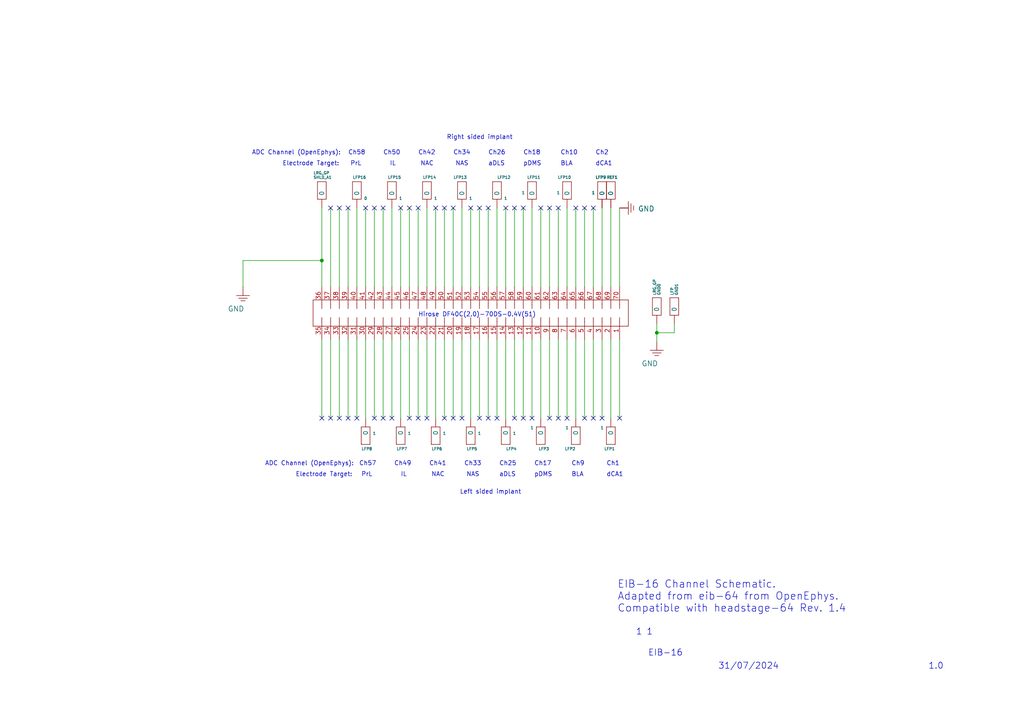
<source format=kicad_sch>
(kicad_sch (version 20230121) (generator eeschema)
  (paper "A4")
  (lib_symbols
    (symbol "eib-16-rescue:GND-eib-64-eagle-import" (power) (pin_names (offset 1.016))
      (property "Value" "GND-eib-64-eagle-import" (at -4.445 -4.699 0))
      (symbol "GND-eib-64-eagle-import_1_0"
        (polyline (pts (xy -1.905 0) (xy 1.905 0)))
        (polyline (pts (xy -1.27 -0.762) (xy 1.27 -0.762)))
        (polyline (pts (xy -0.635 -1.524) (xy 0.635 -1.524)))
        (pin power_in line (at 0 2.54 270) (length 2.54) (name "GND") (number "1"))
      )
    )
    (symbol "eib-16-rescue:GOLDPIN_0.5ID_0.7OD-eib-64-eagle-import" (pin_names (offset 1.016))
      (property "Value" "eib-64-eagle-import_GOLDPIN_0.5ID_0.7OD" (at 8.255 -0.635 0))
      (symbol "GOLDPIN_0.5ID_0.7OD-eib-64-eagle-import_1_0"
        (polyline (pts (xy 2.54 -1.27) (xy 7.62 -1.27)))
        (polyline (pts (xy 2.54 1.27) (xy 2.54 -1.27)))
        (polyline (pts (xy 7.62 -1.27) (xy 7.62 1.27)))
        (polyline (pts (xy 7.62 1.27) (xy 2.54 1.27)))
        (pin bidirectional line (at 0 0 0) (length 2.54) (name "0") (number "P$1"))
      )
    )
    (symbol "eib-16-rescue:LFP-eib-64-eagle-import" (pin_names (offset 1.016))
      (property "Value" "eib-64-eagle-import_LFP" (at 7.62 5.08 0))
      (symbol "LFP-eib-64-eagle-import_1_0"
        (polyline (pts (xy 2.54 3.81) (xy 7.62 3.81)))
        (polyline (pts (xy 2.54 6.35) (xy 2.54 3.81)))
        (polyline (pts (xy 7.62 3.81) (xy 7.62 6.35)))
        (polyline (pts (xy 7.62 6.35) (xy 2.54 6.35)))
        (pin bidirectional line (at 0 5.08 0) (length 2.54) (name "0") (number "0"))
      )
    )
    (symbol "eib-16-rescue:PINHD-2X35_DF40REC-eib-64-eagle-import" (pin_names (offset 1.016))
      (symbol "PINHD-2X35_DF40REC-eib-64-eagle-import_1_0"
        (polyline (pts (xy -2.54 -3.81) (xy 88.9 -3.81)))
        (polyline (pts (xy -2.54 3.81) (xy -2.54 -3.81)))
        (polyline (pts (xy 0 -1.27) (xy 0 -2.54)))
        (polyline (pts (xy 0 2.54) (xy 0 1.27)))
        (polyline (pts (xy 2.54 -1.27) (xy 2.54 -2.54)))
        (polyline (pts (xy 2.54 2.54) (xy 2.54 1.27)))
        (polyline (pts (xy 5.08 -1.27) (xy 5.08 -2.54)))
        (polyline (pts (xy 5.08 2.54) (xy 5.08 1.27)))
        (polyline (pts (xy 7.62 -1.27) (xy 7.62 -2.54)))
        (polyline (pts (xy 7.62 2.54) (xy 7.62 1.27)))
        (polyline (pts (xy 10.16 -1.27) (xy 10.16 -2.54)))
        (polyline (pts (xy 10.16 2.54) (xy 10.16 1.27)))
        (polyline (pts (xy 12.7 -1.27) (xy 12.7 -2.54)))
        (polyline (pts (xy 12.7 2.54) (xy 12.7 1.27)))
        (polyline (pts (xy 15.24 -1.27) (xy 15.24 -2.54)))
        (polyline (pts (xy 15.24 2.54) (xy 15.24 1.27)))
        (polyline (pts (xy 17.78 -1.27) (xy 17.78 -2.54)))
        (polyline (pts (xy 17.78 2.54) (xy 17.78 1.27)))
        (polyline (pts (xy 20.32 -1.27) (xy 20.32 -2.54)))
        (polyline (pts (xy 20.32 2.54) (xy 20.32 1.27)))
        (polyline (pts (xy 22.86 -1.27) (xy 22.86 -2.54)))
        (polyline (pts (xy 22.86 2.54) (xy 22.86 1.27)))
        (polyline (pts (xy 25.4 -1.27) (xy 25.4 -2.54)))
        (polyline (pts (xy 25.4 2.54) (xy 25.4 1.27)))
        (polyline (pts (xy 27.94 -1.27) (xy 27.94 -2.54)))
        (polyline (pts (xy 27.94 2.54) (xy 27.94 1.27)))
        (polyline (pts (xy 30.48 -1.27) (xy 30.48 -2.54)))
        (polyline (pts (xy 30.48 2.54) (xy 30.48 1.27)))
        (polyline (pts (xy 33.02 -1.27) (xy 33.02 -2.54)))
        (polyline (pts (xy 33.02 2.54) (xy 33.02 1.27)))
        (polyline (pts (xy 35.56 -1.27) (xy 35.56 -2.54)))
        (polyline (pts (xy 35.56 2.54) (xy 35.56 1.27)))
        (polyline (pts (xy 38.1 -1.27) (xy 38.1 -2.54)))
        (polyline (pts (xy 38.1 2.54) (xy 38.1 1.27)))
        (polyline (pts (xy 40.64 -1.27) (xy 40.64 -2.54)))
        (polyline (pts (xy 40.64 2.54) (xy 40.64 1.27)))
        (polyline (pts (xy 43.18 -1.27) (xy 43.18 -2.54)))
        (polyline (pts (xy 43.18 2.54) (xy 43.18 1.27)))
        (polyline (pts (xy 45.72 -1.27) (xy 45.72 -2.54)))
        (polyline (pts (xy 45.72 2.54) (xy 45.72 1.27)))
        (polyline (pts (xy 48.26 -1.27) (xy 48.26 -2.54)))
        (polyline (pts (xy 48.26 2.54) (xy 48.26 1.27)))
        (polyline (pts (xy 50.8 -1.27) (xy 50.8 -2.54)))
        (polyline (pts (xy 50.8 2.54) (xy 50.8 1.27)))
        (polyline (pts (xy 53.34 -1.27) (xy 53.34 -2.54)))
        (polyline (pts (xy 53.34 2.54) (xy 53.34 1.27)))
        (polyline (pts (xy 55.88 -1.27) (xy 55.88 -2.54)))
        (polyline (pts (xy 55.88 2.54) (xy 55.88 1.27)))
        (polyline (pts (xy 58.42 -1.27) (xy 58.42 -2.54)))
        (polyline (pts (xy 58.42 2.54) (xy 58.42 1.27)))
        (polyline (pts (xy 60.96 -1.27) (xy 60.96 -2.54)))
        (polyline (pts (xy 60.96 2.54) (xy 60.96 1.27)))
        (polyline (pts (xy 63.5 -1.27) (xy 63.5 -2.54)))
        (polyline (pts (xy 63.5 2.54) (xy 63.5 1.27)))
        (polyline (pts (xy 66.04 -1.27) (xy 66.04 -2.54)))
        (polyline (pts (xy 66.04 2.54) (xy 66.04 1.27)))
        (polyline (pts (xy 68.58 -1.27) (xy 68.58 -2.54)))
        (polyline (pts (xy 68.58 2.54) (xy 68.58 1.27)))
        (polyline (pts (xy 71.12 -1.27) (xy 71.12 -2.54)))
        (polyline (pts (xy 71.12 2.54) (xy 71.12 1.27)))
        (polyline (pts (xy 73.66 -1.27) (xy 73.66 -2.54)))
        (polyline (pts (xy 73.66 2.54) (xy 73.66 1.27)))
        (polyline (pts (xy 76.2 -1.27) (xy 76.2 -2.54)))
        (polyline (pts (xy 76.2 2.54) (xy 76.2 1.27)))
        (polyline (pts (xy 78.74 -1.27) (xy 78.74 -2.54)))
        (polyline (pts (xy 78.74 2.54) (xy 78.74 1.27)))
        (polyline (pts (xy 81.28 -1.27) (xy 81.28 -2.54)))
        (polyline (pts (xy 81.28 2.54) (xy 81.28 1.27)))
        (polyline (pts (xy 83.82 -1.27) (xy 83.82 -2.54)))
        (polyline (pts (xy 83.82 2.54) (xy 83.82 1.27)))
        (polyline (pts (xy 86.36 -1.27) (xy 86.36 -2.54)))
        (polyline (pts (xy 86.36 2.54) (xy 86.36 1.27)))
        (polyline (pts (xy 88.9 -3.81) (xy 88.9 3.81)))
        (polyline (pts (xy 88.9 3.81) (xy -2.54 3.81)))
        (pin bidirectional line (at 0 -7.62 90) (length 5.08) (name "1") (number "1"))
        (pin bidirectional line (at 22.86 -7.62 90) (length 5.08) (name "10") (number "10"))
        (pin bidirectional line (at 25.4 -7.62 90) (length 5.08) (name "11") (number "11"))
        (pin bidirectional line (at 27.94 -7.62 90) (length 5.08) (name "12") (number "12"))
        (pin bidirectional line (at 30.48 -7.62 90) (length 5.08) (name "13") (number "13"))
        (pin bidirectional line (at 33.02 -7.62 90) (length 5.08) (name "14") (number "14"))
        (pin bidirectional line (at 35.56 -7.62 90) (length 5.08) (name "15") (number "15"))
        (pin bidirectional line (at 38.1 -7.62 90) (length 5.08) (name "16") (number "16"))
        (pin bidirectional line (at 40.64 -7.62 90) (length 5.08) (name "17") (number "17"))
        (pin bidirectional line (at 43.18 -7.62 90) (length 5.08) (name "18") (number "18"))
        (pin bidirectional line (at 45.72 -7.62 90) (length 5.08) (name "19") (number "19"))
        (pin bidirectional line (at 2.54 -7.62 90) (length 5.08) (name "2") (number "2"))
        (pin bidirectional line (at 48.26 -7.62 90) (length 5.08) (name "20") (number "20"))
        (pin bidirectional line (at 50.8 -7.62 90) (length 5.08) (name "21") (number "21"))
        (pin bidirectional line (at 53.34 -7.62 90) (length 5.08) (name "22") (number "22"))
        (pin bidirectional line (at 55.88 -7.62 90) (length 5.08) (name "23") (number "23"))
        (pin bidirectional line (at 58.42 -7.62 90) (length 5.08) (name "24") (number "24"))
        (pin bidirectional line (at 60.96 -7.62 90) (length 5.08) (name "25") (number "25"))
        (pin bidirectional line (at 63.5 -7.62 90) (length 5.08) (name "26") (number "26"))
        (pin bidirectional line (at 66.04 -7.62 90) (length 5.08) (name "27") (number "27"))
        (pin bidirectional line (at 68.58 -7.62 90) (length 5.08) (name "28") (number "28"))
        (pin bidirectional line (at 71.12 -7.62 90) (length 5.08) (name "29") (number "29"))
        (pin bidirectional line (at 5.08 -7.62 90) (length 5.08) (name "3") (number "3"))
        (pin bidirectional line (at 73.66 -7.62 90) (length 5.08) (name "30") (number "30"))
        (pin bidirectional line (at 76.2 -7.62 90) (length 5.08) (name "31") (number "31"))
        (pin bidirectional line (at 78.74 -7.62 90) (length 5.08) (name "32") (number "32"))
        (pin bidirectional line (at 81.28 -7.62 90) (length 5.08) (name "33") (number "33"))
        (pin bidirectional line (at 83.82 -7.62 90) (length 5.08) (name "34") (number "34"))
        (pin bidirectional line (at 86.36 -7.62 90) (length 5.08) (name "35") (number "35"))
        (pin bidirectional line (at 86.36 7.62 270) (length 5.08) (name "36") (number "36"))
        (pin bidirectional line (at 83.82 7.62 270) (length 5.08) (name "37") (number "37"))
        (pin bidirectional line (at 81.28 7.62 270) (length 5.08) (name "38") (number "38"))
        (pin bidirectional line (at 78.74 7.62 270) (length 5.08) (name "39") (number "39"))
        (pin bidirectional line (at 7.62 -7.62 90) (length 5.08) (name "4") (number "4"))
        (pin bidirectional line (at 76.2 7.62 270) (length 5.08) (name "40") (number "40"))
        (pin bidirectional line (at 73.66 7.62 270) (length 5.08) (name "41") (number "41"))
        (pin bidirectional line (at 71.12 7.62 270) (length 5.08) (name "42") (number "42"))
        (pin bidirectional line (at 68.58 7.62 270) (length 5.08) (name "43") (number "43"))
        (pin bidirectional line (at 66.04 7.62 270) (length 5.08) (name "44") (number "44"))
        (pin bidirectional line (at 63.5 7.62 270) (length 5.08) (name "45") (number "45"))
        (pin bidirectional line (at 60.96 7.62 270) (length 5.08) (name "46") (number "46"))
        (pin bidirectional line (at 58.42 7.62 270) (length 5.08) (name "47") (number "47"))
        (pin bidirectional line (at 55.88 7.62 270) (length 5.08) (name "48") (number "48"))
        (pin bidirectional line (at 53.34 7.62 270) (length 5.08) (name "49") (number "49"))
        (pin bidirectional line (at 10.16 -7.62 90) (length 5.08) (name "5") (number "5"))
        (pin bidirectional line (at 50.8 7.62 270) (length 5.08) (name "50") (number "50"))
        (pin bidirectional line (at 48.26 7.62 270) (length 5.08) (name "51") (number "51"))
        (pin bidirectional line (at 45.72 7.62 270) (length 5.08) (name "52") (number "52"))
        (pin bidirectional line (at 43.18 7.62 270) (length 5.08) (name "53") (number "53"))
        (pin bidirectional line (at 40.64 7.62 270) (length 5.08) (name "54") (number "54"))
        (pin bidirectional line (at 38.1 7.62 270) (length 5.08) (name "55") (number "55"))
        (pin bidirectional line (at 35.56 7.62 270) (length 5.08) (name "56") (number "56"))
        (pin bidirectional line (at 33.02 7.62 270) (length 5.08) (name "57") (number "57"))
        (pin bidirectional line (at 30.48 7.62 270) (length 5.08) (name "58") (number "58"))
        (pin bidirectional line (at 27.94 7.62 270) (length 5.08) (name "59") (number "59"))
        (pin bidirectional line (at 12.7 -7.62 90) (length 5.08) (name "6") (number "6"))
        (pin bidirectional line (at 25.4 7.62 270) (length 5.08) (name "60") (number "60"))
        (pin bidirectional line (at 22.86 7.62 270) (length 5.08) (name "61") (number "61"))
        (pin bidirectional line (at 20.32 7.62 270) (length 5.08) (name "62") (number "62"))
        (pin bidirectional line (at 17.78 7.62 270) (length 5.08) (name "63") (number "63"))
        (pin bidirectional line (at 15.24 7.62 270) (length 5.08) (name "64") (number "64"))
        (pin bidirectional line (at 12.7 7.62 270) (length 5.08) (name "65") (number "65"))
        (pin bidirectional line (at 10.16 7.62 270) (length 5.08) (name "66") (number "66"))
        (pin bidirectional line (at 7.62 7.62 270) (length 5.08) (name "67") (number "67"))
        (pin bidirectional line (at 5.08 7.62 270) (length 5.08) (name "68") (number "68"))
        (pin bidirectional line (at 2.54 7.62 270) (length 5.08) (name "69") (number "69"))
        (pin bidirectional line (at 15.24 -7.62 90) (length 5.08) (name "7") (number "7"))
        (pin bidirectional line (at 0 7.62 270) (length 5.08) (name "70") (number "70"))
        (pin bidirectional line (at 17.78 -7.62 90) (length 5.08) (name "8") (number "8"))
        (pin bidirectional line (at 20.32 -7.62 90) (length 5.08) (name "9") (number "9"))
      )
    )
  )
  (junction (at 93.345 75.565))
  (junction (at 190.5 96.52))
  (no_connect (at 151.765 121.285))
  (no_connect (at 118.745 121.285))
  (no_connect (at 95.885 60.325))
  (no_connect (at 111.125 121.285))
  (no_connect (at 126.365 60.325))
  (no_connect (at 100.965 121.285))
  (no_connect (at 161.925 60.325))
  (no_connect (at 108.585 121.285))
  (no_connect (at 108.585 60.325))
  (no_connect (at 113.665 121.285))
  (no_connect (at 159.385 121.285))
  (no_connect (at 98.425 60.325))
  (no_connect (at 144.145 121.285))
  (no_connect (at 172.085 60.325))
  (no_connect (at 141.605 60.325))
  (no_connect (at 111.125 60.325))
  (no_connect (at 139.065 60.325))
  (no_connect (at 128.905 121.285))
  (no_connect (at 103.505 121.285))
  (no_connect (at 131.445 121.285))
  (no_connect (at 164.465 121.285))
  (no_connect (at 128.905 60.325))
  (no_connect (at 116.205 60.325))
  (no_connect (at 159.385 60.325))
  (no_connect (at 139.065 121.285))
  (no_connect (at 95.885 121.285))
  (no_connect (at 167.005 60.325))
  (no_connect (at 161.925 121.285))
  (no_connect (at 174.625 121.285))
  (no_connect (at 118.745 60.325))
  (no_connect (at 156.845 60.325))
  (no_connect (at 141.605 121.285))
  (no_connect (at 133.985 121.285))
  (no_connect (at 131.445 60.325))
  (no_connect (at 106.045 60.325))
  (no_connect (at 136.525 60.325))
  (no_connect (at 149.225 60.325))
  (no_connect (at 154.305 121.285))
  (no_connect (at 100.965 60.325))
  (no_connect (at 169.545 121.285))
  (no_connect (at 179.705 121.285))
  (no_connect (at 169.545 60.325))
  (no_connect (at 172.085 121.285))
  (no_connect (at 149.225 121.285))
  (no_connect (at 121.285 60.325))
  (no_connect (at 98.425 121.285))
  (no_connect (at 123.825 121.285))
  (no_connect (at 151.765 60.325))
  (no_connect (at 121.285 121.285))
  (no_connect (at 146.685 60.325))
  (no_connect (at 93.345 121.285))
  (wire (pts (xy 108.585 121.285) (xy 108.585 98.425)))
  (wire (pts (xy 108.585 60.325) (xy 108.585 83.185)))
  (wire (pts (xy 123.825 60.325) (xy 123.825 83.185)))
  (wire (pts (xy 131.445 121.285) (xy 131.445 98.425)))
  (wire (pts (xy 93.345 75.565) (xy 70.485 75.565)))
  (wire (pts (xy 131.445 60.325) (xy 131.445 83.185)))
  (wire (pts (xy 146.685 121.285) (xy 146.685 98.425)))
  (wire (pts (xy 179.705 121.285) (xy 179.705 98.425)))
  (wire (pts (xy 121.285 121.285) (xy 121.285 98.425)))
  (wire (pts (xy 133.985 60.325) (xy 133.985 83.185)))
  (wire (pts (xy 141.605 121.285) (xy 141.605 98.425)))
  (wire (pts (xy 190.5 96.52) (xy 195.58 96.52)))
  (wire (pts (xy 195.58 96.52) (xy 195.58 93.98)))
  (wire (pts (xy 116.205 121.285) (xy 116.205 98.425)))
  (wire (pts (xy 172.085 121.285) (xy 172.085 98.425)))
  (wire (pts (xy 93.345 60.325) (xy 93.345 75.565)))
  (wire (pts (xy 161.925 60.325) (xy 161.925 83.185)))
  (wire (pts (xy 149.225 121.285) (xy 149.225 98.425)))
  (wire (pts (xy 164.465 60.325) (xy 164.465 83.185)))
  (wire (pts (xy 113.665 60.325) (xy 113.665 83.185)))
  (wire (pts (xy 156.845 60.325) (xy 156.845 83.185)))
  (wire (pts (xy 113.665 121.285) (xy 113.665 98.425)))
  (wire (pts (xy 167.005 121.285) (xy 167.005 98.425)))
  (wire (pts (xy 174.625 121.285) (xy 174.625 98.425)))
  (wire (pts (xy 169.545 121.285) (xy 169.545 98.425)))
  (wire (pts (xy 118.745 60.325) (xy 118.745 83.185)))
  (wire (pts (xy 159.385 60.325) (xy 159.385 83.185)))
  (wire (pts (xy 100.965 60.325) (xy 100.965 83.185)))
  (wire (pts (xy 164.465 121.285) (xy 164.465 98.425)))
  (wire (pts (xy 118.745 121.285) (xy 118.745 98.425)))
  (wire (pts (xy 172.085 60.325) (xy 172.085 83.185)))
  (wire (pts (xy 169.545 83.185) (xy 169.545 60.325)))
  (wire (pts (xy 93.345 75.565) (xy 93.345 83.185)))
  (wire (pts (xy 141.605 60.325) (xy 141.605 83.185)))
  (wire (pts (xy 161.925 121.285) (xy 161.925 98.425)))
  (wire (pts (xy 139.065 60.325) (xy 139.065 83.185)))
  (wire (pts (xy 146.685 60.325) (xy 146.685 83.185)))
  (wire (pts (xy 121.285 60.325) (xy 121.285 83.185)))
  (wire (pts (xy 154.305 60.325) (xy 154.305 83.185)))
  (wire (pts (xy 98.425 121.285) (xy 98.425 98.425)))
  (wire (pts (xy 111.125 60.325) (xy 111.125 83.185)))
  (wire (pts (xy 106.045 60.325) (xy 106.045 83.185)))
  (wire (pts (xy 144.145 60.325) (xy 144.145 83.185)))
  (wire (pts (xy 103.505 121.285) (xy 103.505 98.425)))
  (wire (pts (xy 103.505 60.325) (xy 103.505 83.185)))
  (wire (pts (xy 179.705 83.185) (xy 179.705 60.325)))
  (wire (pts (xy 106.045 121.285) (xy 106.045 98.425)))
  (wire (pts (xy 133.985 121.285) (xy 133.985 98.425)))
  (wire (pts (xy 190.5 93.98) (xy 190.5 96.52)))
  (wire (pts (xy 159.385 121.285) (xy 159.385 98.425)))
  (wire (pts (xy 177.165 60.325) (xy 177.165 83.185)))
  (wire (pts (xy 95.885 98.425) (xy 95.885 121.285)))
  (wire (pts (xy 126.365 121.285) (xy 126.365 98.425)))
  (wire (pts (xy 154.305 121.285) (xy 154.305 98.425)))
  (wire (pts (xy 144.145 121.285) (xy 144.145 98.425)))
  (wire (pts (xy 190.5 96.52) (xy 190.5 99.06)))
  (wire (pts (xy 128.905 121.285) (xy 128.905 98.425)))
  (wire (pts (xy 156.845 121.285) (xy 156.845 98.425)))
  (wire (pts (xy 100.965 121.285) (xy 100.965 98.425)))
  (wire (pts (xy 149.225 60.325) (xy 149.225 83.185)))
  (wire (pts (xy 167.005 60.325) (xy 167.005 83.185)))
  (wire (pts (xy 174.625 60.325) (xy 174.625 83.185)))
  (wire (pts (xy 98.425 60.325) (xy 98.425 83.185)))
  (wire (pts (xy 70.485 75.565) (xy 70.485 83.185)))
  (wire (pts (xy 128.905 60.325) (xy 128.905 83.185)))
  (wire (pts (xy 95.885 60.325) (xy 95.885 83.185)))
  (wire (pts (xy 151.765 121.285) (xy 151.765 98.425)))
  (wire (pts (xy 136.525 60.325) (xy 136.525 83.185)))
  (wire (pts (xy 177.165 98.425) (xy 177.165 121.285)))
  (wire (pts (xy 111.125 121.285) (xy 111.125 98.425)))
  (wire (pts (xy 139.065 121.285) (xy 139.065 98.425)))
  (wire (pts (xy 126.365 60.325) (xy 126.365 83.185)))
  (wire (pts (xy 93.345 98.425) (xy 93.345 121.285)))
  (wire (pts (xy 123.825 121.285) (xy 123.825 98.425)))
  (wire (pts (xy 116.205 60.325) (xy 116.205 83.185)))
  (wire (pts (xy 151.765 60.325) (xy 151.765 83.185)))
  (wire (pts (xy 136.525 121.285) (xy 136.525 98.425)))
  (text "PrL" (at 104.775 138.43 0) (effects (font (size 1.27 1.27)) (justify left bottom)))
  (text "Ch57" (at 104.14 135.255 0) (effects (font (size 1.27 1.27)) (justify left bottom)))
  (text "PrL" (at 101.6 48.26 0) (effects (font (size 1.27 1.27)) (justify left bottom)))
  (text "ADC Channel (OpenEphys):" (at 76.835 135.255 0) (effects (font (size 1.27 1.27)) (justify left bottom)))
  (text "Ch1" (at 175.895 135.255 0) (effects (font (size 1.27 1.27)) (justify left bottom)))
  (text "Ch18" (at 151.765 45.085 0) (effects (font (size 1.27 1.27)) (justify left bottom)))
  (text "BLA" (at 162.56 48.26 0) (effects (font (size 1.27 1.27)) (justify left bottom)))
  (text "EIB-16 Channel Schematic. \nAdapted from eib-64 from OpenEphys.\nCompatible with headstage-64 Rev. 1.4" (at 179.07 177.8 0) (effects (font (size 2.159 2.159)) (justify left bottom)))
  (text "NAC" (at 121.92 48.26 0) (effects (font (size 1.27 1.27)) (justify left bottom)))
  (text "Left sided implant" (at 133.35 143.51 0) (effects (font (size 1.27 1.27)) (justify left bottom)))
  (text "Electrode Target:" (at 85.725 138.43 0) (effects (font (size 1.27 1.27)) (justify left bottom)))
  (text "NAC" (at 125.095 138.43 0) (effects (font (size 1.27 1.27)) (justify left bottom)))
  (text "Ch25" (at 144.78 135.255 0) (effects (font (size 1.27 1.27)) (justify left bottom)))
  (text "1.0" (at 269.24 194.31 0) (effects (font (size 1.8 1.8)) (justify left bottom)))
  (text "Ch42" (at 121.285 45.085 0) (effects (font (size 1.27 1.27)) (justify left bottom)))
  (text "dCA1" (at 175.895 138.43 0) (effects (font (size 1.27 1.27)) (justify left bottom)))
  (text "Ch49" (at 114.3 135.255 0) (effects (font (size 1.27 1.27)) (justify left bottom)))
  (text "Ch41" (at 124.46 135.255 0) (effects (font (size 1.27 1.27)) (justify left bottom)))
  (text "IL" (at 113.03 48.26 0) (effects (font (size 1.27 1.27)) (justify left bottom)))
  (text "NAS\n" (at 132.08 48.26 0) (effects (font (size 1.27 1.27)) (justify left bottom)))
  (text "aDLS" (at 141.605 48.26 0) (effects (font (size 1.27 1.27)) (justify left bottom)))
  (text "Ch9" (at 165.735 135.255 0) (effects (font (size 1.27 1.27)) (justify left bottom)))
  (text "Ch34" (at 131.445 45.085 0) (effects (font (size 1.27 1.27)) (justify left bottom)))
  (text "Ch50" (at 111.125 45.085 0) (effects (font (size 1.27 1.27)) (justify left bottom)))
  (text "Right sided implant" (at 129.54 40.64 0) (effects (font (size 1.27 1.27)) (justify left bottom)))
  (text "Hirose DF40C(2.0)-70DS-0.4V(51)" (at 121.285 92.075 0) (effects (font (size 1.27 1.27)) (justify left bottom)))
  (text "EIB-16" (at 187.96 190.5 0) (effects (font (size 1.8 1.8)) (justify left bottom)))
  (text "1 1" (at 184.404 184.404 0) (effects (font (size 1.8 1.8)) (justify left bottom)))
  (text "Electrode Target:" (at 81.915 48.26 0) (effects (font (size 1.27 1.27)) (justify left bottom)))
  (text "Ch33" (at 134.62 135.255 0) (effects (font (size 1.27 1.27)) (justify left bottom)))
  (text "Ch10" (at 162.56 45.085 0) (effects (font (size 1.27 1.27)) (justify left bottom)))
  (text "BLA" (at 165.735 138.43 0) (effects (font (size 1.27 1.27)) (justify left bottom)))
  (text "31/07/2024" (at 208.28 194.31 0) (effects (font (size 1.8 1.8)) (justify left bottom)))
  (text "aDLS" (at 144.78 138.43 0) (effects (font (size 1.27 1.27)) (justify left bottom)))
  (text "dCA1" (at 172.72 48.26 0) (effects (font (size 1.27 1.27)) (justify left bottom)))
  (text "ADC Channel (OpenEphys):" (at 73.025 45.085 0) (effects (font (size 1.27 1.27)) (justify left bottom)))
  (text "NAS\n" (at 135.255 138.43 0) (effects (font (size 1.27 1.27)) (justify left bottom)))
  (text "Ch17" (at 154.94 135.255 0) (effects (font (size 1.27 1.27)) (justify left bottom)))
  (text "Ch26" (at 141.605 45.085 0) (effects (font (size 1.27 1.27)) (justify left bottom)))
  (text "Ch2" (at 172.72 45.085 0) (effects (font (size 1.27 1.27)) (justify left bottom)))
  (text "pDMS\n" (at 151.765 48.26 0) (effects (font (size 1.27 1.27)) (justify left bottom)))
  (text "IL" (at 116.205 138.43 0) (effects (font (size 1.27 1.27)) (justify left bottom)))
  (text "Ch58" (at 100.965 45.085 0) (effects (font (size 1.27 1.27)) (justify left bottom)))
  (text "pDMS\n" (at 154.94 138.43 0) (effects (font (size 1.27 1.27)) (justify left bottom)))
  (symbol (lib_id "eib-16-rescue:GOLDPIN_0.5ID_0.7OD-eib-64-eagle-import") (at 190.5 93.98 270) (mirror x) (unit 1)
    (property "Reference" "GND0" (at 191.135 85.725 0) (effects (font (size 0.8128 0.8128) bold) (justify left)))
    (property "Value" "LRG_GP" (at 189.865 85.725 0) (effects (font (size 0.8128 0.8128) bold) (justify left)))
    (property "Footprint" "eib-64:GOLDPIN_0.5ID_0.7OD" (effects hide))
  )
  (symbol (lib_id "eib-16-rescue:GOLDPIN_0.5ID_0.7OD-eib-64-eagle-import") (at 195.58 93.98 270) (mirror x) (unit 1)
    (property "Reference" "GND1" (at 196.215 85.725 0) (effects (font (size 0.8128 0.8128) bold) (justify left)))
    (property "Value" "LFP" (at 194.945 85.725 0) (effects (font (size 0.8128 0.8128) bold) (justify left)))
    (property "Footprint" "eib-64:LFP_Port" (effects hide))
  )
  (symbol (lib_id "eib-16-rescue:LFP-eib-64-eagle-import") (at 108.585 60.325 90) (unit 1)
    (property "Reference" "LFP16" (at 102.235 51.435 90) (effects (font (size 0.8128 0.8128) bold) (justify right)))
    (property "Value" "0" (at 105.4862 57.531 90) (effects (font (size 0.8128 0.8128) bold) (justify right)))
    (property "Footprint" "eib-64:LFP_Port" (effects hide))
  )
  (symbol (lib_id "eib-16-rescue:LFP-eib-64-eagle-import") (at 172.085 121.285 270) (unit 1)
    (property "Reference" "LFP1" (at 178.435 130.175 90) (effects (font (size 0.8128 0.8128) bold) (justify right)))
    (property "Value" "1" (at 175.1838 124.079 90) (effects (font (size 0.8128 0.8128) bold) (justify right)))
    (property "Footprint" "eib-64:LFP_Port" (effects hide))
  )
  (symbol (lib_id "eib-16-rescue:LFP-eib-64-eagle-import") (at 161.925 121.285 270) (unit 1)
    (property "Reference" "LFP2" (at 167.005 130.175 90) (effects (font (size 0.8128 0.8128) bold) (justify right)))
    (property "Value" "1" (at 165.0238 124.079 90) (effects (font (size 0.8128 0.8128) bold) (justify right)))
    (property "Footprint" "eib-64:LFP_Port" (effects hide))
  )
  (symbol (lib_id "eib-16-rescue:LFP-eib-64-eagle-import") (at 151.765 121.285 270) (unit 1)
    (property "Reference" "LFP3" (at 159.385 130.175 90) (effects (font (size 0.8128 0.8128) bold) (justify right)))
    (property "Value" "1" (at 154.8638 124.079 90) (effects (font (size 0.8128 0.8128) bold) (justify right)))
    (property "Footprint" "eib-64:LFP_Port" (effects hide))
  )
  (symbol (lib_id "eib-16-rescue:LFP-eib-64-eagle-import") (at 141.605 121.285 270) (unit 1)
    (property "Reference" "LFP4" (at 146.685 130.175 90) (effects (font (size 0.8128 0.8128) bold) (justify left)))
    (property "Value" "1" (at 148.6662 125.7046 90) (effects (font (size 0.8128 0.8128) bold) (justify left)))
    (property "Footprint" "eib-64:LFP_Port" (effects hide))
  )
  (symbol (lib_id "eib-16-rescue:LFP-eib-64-eagle-import") (at 131.445 121.285 270) (unit 1)
    (property "Reference" "LFP5" (at 135.255 130.175 90) (effects (font (size 0.8128 0.8128) bold) (justify left)))
    (property "Value" "1" (at 138.5062 125.7046 90) (effects (font (size 0.8128 0.8128) bold) (justify left)))
    (property "Footprint" "eib-64:LFP_Port" (effects hide))
  )
  (symbol (lib_id "eib-16-rescue:LFP-eib-64-eagle-import") (at 121.285 121.285 270) (unit 1)
    (property "Reference" "LFP6" (at 125.095 130.175 90) (effects (font (size 0.8128 0.8128) bold) (justify left)))
    (property "Value" "1" (at 128.3462 125.7046 90) (effects (font (size 0.8128 0.8128) bold) (justify left)))
    (property "Footprint" "eib-64:LFP_Port" (effects hide))
  )
  (symbol (lib_id "eib-16-rescue:LFP-eib-64-eagle-import") (at 179.705 60.325 90) (unit 1)
    (property "Reference" "LFP9" (at 175.895 51.435 90) (effects (font (size 0.8128 0.8128) bold) (justify left)))
    (property "Value" "1" (at 172.6438 55.9054 90) (effects (font (size 0.8128 0.8128) bold) (justify left)))
    (property "Footprint" "eib-64:LFP_Port" (effects hide))
  )
  (symbol (lib_id "eib-16-rescue:LFP-eib-64-eagle-import") (at 159.385 60.325 90) (unit 1)
    (property "Reference" "LFP11" (at 156.845 51.435 90) (effects (font (size 0.8128 0.8128) bold) (justify left)))
    (property "Value" "1" (at 152.3238 55.9054 90) (effects (font (size 0.8128 0.8128) bold) (justify left)))
    (property "Footprint" "eib-64:LFP_Port" (effects hide))
  )
  (symbol (lib_id "eib-16-rescue:LFP-eib-64-eagle-import") (at 149.225 60.325 90) (unit 1)
    (property "Reference" "LFP12" (at 144.145 51.435 90) (effects (font (size 0.8128 0.8128) bold) (justify right)))
    (property "Value" "1" (at 146.1262 57.531 90) (effects (font (size 0.8128 0.8128) bold) (justify right)))
    (property "Footprint" "eib-64:LFP_Port" (effects hide))
  )
  (symbol (lib_id "eib-16-rescue:LFP-eib-64-eagle-import") (at 139.065 60.325 90) (unit 1)
    (property "Reference" "LFP13" (at 131.445 51.435 90) (effects (font (size 0.8128 0.8128) bold) (justify right)))
    (property "Value" "1" (at 135.9662 57.531 90) (effects (font (size 0.8128 0.8128) bold) (justify right)))
    (property "Footprint" "eib-64:LFP_Port" (effects hide))
  )
  (symbol (lib_id "eib-16-rescue:LFP-eib-64-eagle-import") (at 111.125 121.285 270) (unit 1)
    (property "Reference" "LFP7" (at 114.935 130.175 90) (effects (font (size 0.8128 0.8128) bold) (justify left)))
    (property "Value" "1" (at 118.1862 125.7046 90) (effects (font (size 0.8128 0.8128) bold) (justify left)))
    (property "Footprint" "eib-64:LFP_Port" (effects hide))
  )
  (symbol (lib_id "eib-16-rescue:LFP-eib-64-eagle-import") (at 169.545 60.325 90) (unit 1)
    (property "Reference" "LFP10" (at 165.735 51.435 90) (effects (font (size 0.8128 0.8128) bold) (justify left)))
    (property "Value" "1" (at 162.4838 55.9054 90) (effects (font (size 0.8128 0.8128) bold) (justify left)))
    (property "Footprint" "eib-64:LFP_Port" (effects hide))
  )
  (symbol (lib_id "eib-16-rescue:LFP-eib-64-eagle-import") (at 100.965 121.285 270) (unit 1)
    (property "Reference" "LFP8" (at 104.775 130.175 90) (effects (font (size 0.8128 0.8128) bold) (justify left)))
    (property "Value" "1" (at 108.0262 125.7046 90) (effects (font (size 0.8128 0.8128) bold) (justify left)))
    (property "Footprint" "eib-64:LFP_Port" (effects hide))
  )
  (symbol (lib_id "eib-16-rescue:LFP-eib-64-eagle-import") (at 128.905 60.325 90) (unit 1)
    (property "Reference" "LFP14" (at 122.555 51.435 90) (effects (font (size 0.8128 0.8128) bold) (justify right)))
    (property "Value" "1" (at 125.8062 57.531 90) (effects (font (size 0.8128 0.8128) bold) (justify right)))
    (property "Footprint" "eib-64:LFP_Port" (effects hide))
  )
  (symbol (lib_id "eib-16-rescue:LFP-eib-64-eagle-import") (at 118.745 60.325 90) (unit 1)
    (property "Reference" "LFP15" (at 112.395 51.435 90) (effects (font (size 0.8128 0.8128) bold) (justify right)))
    (property "Value" "1" (at 115.6462 57.531 90) (effects (font (size 0.8128 0.8128) bold) (justify right)))
    (property "Footprint" "eib-64:LFP_Port" (effects hide))
  )
  (symbol (lib_id "eib-16-rescue:GND-eib-64-eagle-import") (at 182.245 60.325 90) (unit 1)
    (property "Reference" "#SUPPLY0101" (effects hide))
    (property "Value" "GND" (at 189.865 59.69 90) (effects (font (size 1.4986 1.4986)) (justify left bottom)))
  )
  (symbol (lib_id "eib-16-rescue:GOLDPIN_0.5ID_0.7OD-eib-64-eagle-import") (at 93.345 60.325 270) (mirror x) (unit 1)
    (property "Reference" "SHLD_A1" (at 90.805 51.435 90) (effects (font (size 0.8128 0.8128) bold) (justify left)))
    (property "Value" "LRG_GP" (at 90.805 50.165 90) (effects (font (size 0.8128 0.8128) bold) (justify left)))
    (property "Footprint" "eib-64:GOLDPIN_0.5ID_0.7OD" (effects hide))
  )
  (symbol (lib_id "eib-16-rescue:GOLDPIN_0.5ID_0.7OD-eib-64-eagle-import") (at 177.165 60.325 270) (mirror x) (unit 1)
    (property "Reference" "REF1" (at 175.895 51.435 90) (effects (font (size 0.8128 0.8128) bold) (justify left)))
    (property "Value" "LFP" (effects hide))
    (property "Footprint" "eib-64:LFP_Port" (effects hide))
  )
  (symbol (lib_id "eib-16-rescue:GND-eib-64-eagle-import") (at 190.5 101.6 0) (unit 1)
    (property "Reference" "#SUPPLY09" (effects hide))
    (property "Value" "GND" (at 186.055 106.299 0) (effects (font (size 1.4986 1.4986)) (justify left bottom)))
  )
  (symbol (lib_id "eib-16-rescue:PINHD-2X35_DF40REC-eib-64-eagle-import") (at 179.705 90.805 0) (mirror y) (unit 1)
    (property "Reference" "J1" (effects hide))
    (property "Value" "DF40-REC" (effects hide))
    (property "Footprint" "eib-64:DF40-70REC" (effects hide))
  )
  (symbol (lib_id "eib-16-rescue:GND-eib-64-eagle-import") (at 70.485 85.725 0) (unit 1)
    (property "Reference" "#SUPPLY01" (effects hide))
    (property "Value" "GND" (at 66.04 90.424 0) (effects (font (size 1.4986 1.4986)) (justify left bottom)))
  )
)
</source>
